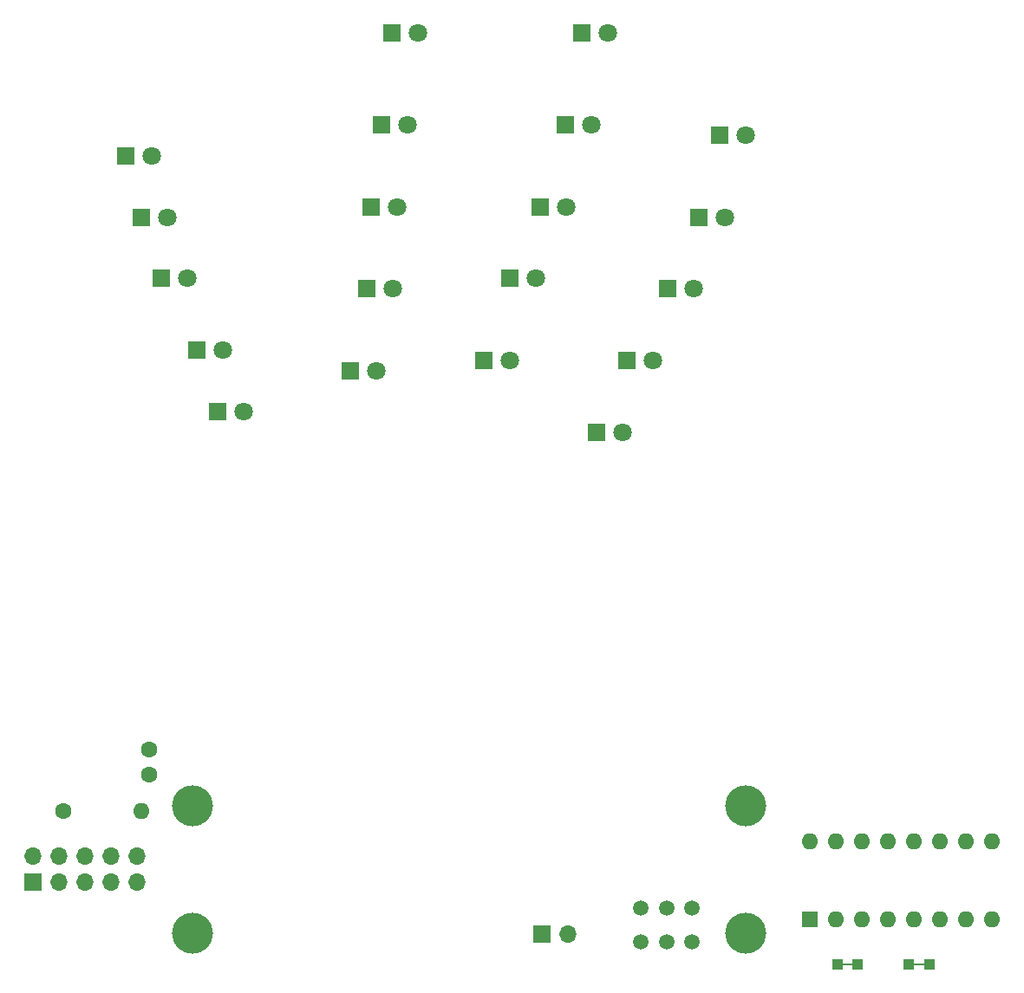
<source format=gbr>
G04 #@! TF.FileFunction,Soldermask,Top*
%FSLAX46Y46*%
G04 Gerber Fmt 4.6, Leading zero omitted, Abs format (unit mm)*
G04 Created by KiCad (PCBNEW 4.0.6) date 11/09/17 18:44:30*
%MOMM*%
%LPD*%
G01*
G04 APERTURE LIST*
%ADD10C,0.100000*%
%ADD11C,4.000000*%
%ADD12R,1.800000X1.800000*%
%ADD13C,1.800000*%
%ADD14C,1.600000*%
%ADD15O,1.600000X1.600000*%
%ADD16C,1.500000*%
%ADD17R,1.600000X1.600000*%
%ADD18R,1.700000X1.700000*%
%ADD19O,1.700000X1.700000*%
%ADD20R,1.000000X1.000000*%
%ADD21R,1.000000X0.254000*%
G04 APERTURE END LIST*
D10*
D11*
X172000000Y-145000000D03*
X118000000Y-132500000D03*
X172000000Y-132500000D03*
D12*
X111506000Y-69000000D03*
D13*
X114046000Y-69000000D03*
D12*
X115000000Y-81000000D03*
D13*
X117540000Y-81000000D03*
D12*
X120460000Y-94000000D03*
D13*
X123000000Y-94000000D03*
D12*
X113000000Y-75000000D03*
D13*
X115540000Y-75000000D03*
D12*
X118460000Y-88000000D03*
D13*
X121000000Y-88000000D03*
D12*
X137460000Y-57000000D03*
D13*
X140000000Y-57000000D03*
D12*
X135460000Y-74000000D03*
D13*
X138000000Y-74000000D03*
D12*
X133460000Y-90000000D03*
D13*
X136000000Y-90000000D03*
D12*
X136460000Y-66000000D03*
D13*
X139000000Y-66000000D03*
D12*
X135000000Y-82000000D03*
D13*
X137540000Y-82000000D03*
D12*
X156000000Y-57000000D03*
D13*
X158540000Y-57000000D03*
D12*
X152000000Y-74000000D03*
D13*
X154540000Y-74000000D03*
D12*
X146460000Y-89000000D03*
D13*
X149000000Y-89000000D03*
D12*
X154460000Y-66000000D03*
D13*
X157000000Y-66000000D03*
D12*
X149000000Y-81000000D03*
D13*
X151540000Y-81000000D03*
D12*
X169460000Y-67000000D03*
D13*
X172000000Y-67000000D03*
D12*
X164460000Y-82000000D03*
D13*
X167000000Y-82000000D03*
D12*
X157460000Y-96000000D03*
D13*
X160000000Y-96000000D03*
D12*
X167460000Y-75000000D03*
D13*
X170000000Y-75000000D03*
D12*
X160460000Y-89000000D03*
D13*
X163000000Y-89000000D03*
D14*
X105380000Y-133000000D03*
D15*
X113000000Y-133000000D03*
D16*
X164298000Y-142494000D03*
X166798000Y-142494000D03*
X161798000Y-142494000D03*
X161798000Y-145794000D03*
X164298000Y-145794000D03*
X166798000Y-145794000D03*
D17*
X178300000Y-143620000D03*
D15*
X196080000Y-136000000D03*
X180840000Y-143620000D03*
X193540000Y-136000000D03*
X183380000Y-143620000D03*
X191000000Y-136000000D03*
X185920000Y-143620000D03*
X188460000Y-136000000D03*
X188460000Y-143620000D03*
X185920000Y-136000000D03*
X191000000Y-143620000D03*
X183380000Y-136000000D03*
X193540000Y-143620000D03*
X180840000Y-136000000D03*
X196080000Y-143620000D03*
X178300000Y-136000000D03*
D18*
X152146000Y-145034000D03*
D19*
X154686000Y-145034000D03*
D14*
X113750000Y-129500000D03*
X113750000Y-127000000D03*
D11*
X118000000Y-145000000D03*
D18*
X102460000Y-140000000D03*
D19*
X102460000Y-137460000D03*
X105000000Y-140000000D03*
X105000000Y-137460000D03*
X107540000Y-140000000D03*
X107540000Y-137460000D03*
X110080000Y-140000000D03*
X110080000Y-137460000D03*
X112620000Y-140000000D03*
X112620000Y-137460000D03*
D20*
X183000000Y-148000000D03*
X181000000Y-148000000D03*
D21*
X182000000Y-148000000D03*
D20*
X188000000Y-148000000D03*
X190000000Y-148000000D03*
D21*
X189000000Y-148000000D03*
M02*

</source>
